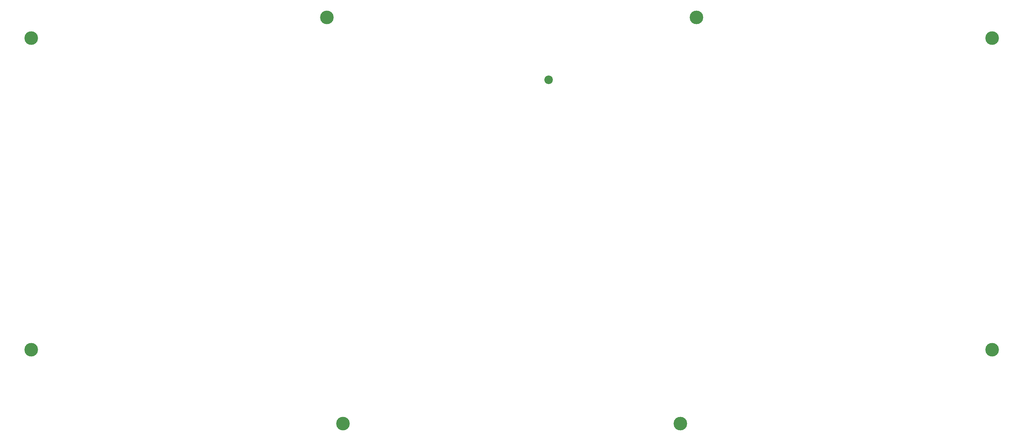
<source format=gbr>
G04 #@! TF.GenerationSoftware,KiCad,Pcbnew,(5.1.4-0)*
G04 #@! TF.CreationDate,2021-11-04T11:39:01-05:00*
G04 #@! TF.ProjectId,top_plate,746f705f-706c-4617-9465-2e6b69636164,rev?*
G04 #@! TF.SameCoordinates,Original*
G04 #@! TF.FileFunction,Soldermask,Bot*
G04 #@! TF.FilePolarity,Negative*
%FSLAX46Y46*%
G04 Gerber Fmt 4.6, Leading zero omitted, Abs format (unit mm)*
G04 Created by KiCad (PCBNEW (5.1.4-0)) date 2021-11-04 11:39:01*
%MOMM*%
%LPD*%
G04 APERTURE LIST*
%ADD10C,2.200000*%
%ADD11C,3.500000*%
G04 APERTURE END LIST*
D10*
X207170418Y-89297052D03*
D11*
X73819060Y-78581485D03*
X73820040Y-158948739D03*
X150019380Y-73223743D03*
X154187295Y-177998755D03*
X245269780Y-73223743D03*
X241102993Y-177998755D03*
X321470256Y-78581436D03*
X321470100Y-158948675D03*
M02*

</source>
